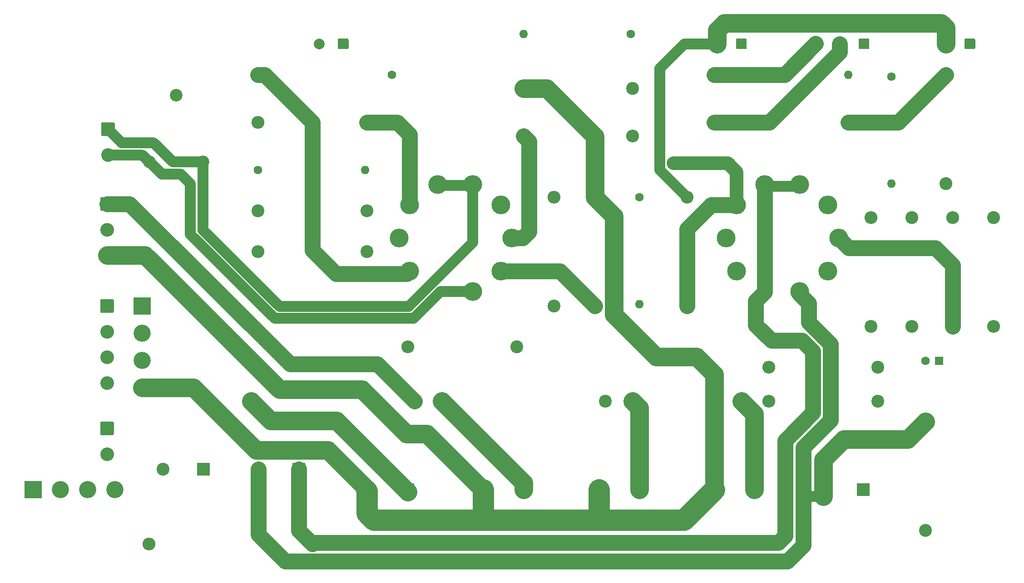
<source format=gbl>
G04 #@! TF.GenerationSoftware,KiCad,Pcbnew,5.1.10-88a1d61d58~90~ubuntu20.04.1*
G04 #@! TF.CreationDate,2021-08-18T14:00:20-04:00*
G04 #@! TF.ProjectId,single_ended_tube_amp,73696e67-6c65-45f6-956e-6465645f7475,0*
G04 #@! TF.SameCoordinates,Original*
G04 #@! TF.FileFunction,Copper,L2,Bot*
G04 #@! TF.FilePolarity,Positive*
%FSLAX46Y46*%
G04 Gerber Fmt 4.6, Leading zero omitted, Abs format (unit mm)*
G04 Created by KiCad (PCBNEW 5.1.10-88a1d61d58~90~ubuntu20.04.1) date 2021-08-18 14:00:20*
%MOMM*%
%LPD*%
G01*
G04 APERTURE LIST*
G04 #@! TA.AperFunction,ComponentPad*
%ADD10C,2.400000*%
G04 #@! TD*
G04 #@! TA.AperFunction,ComponentPad*
%ADD11R,2.400000X2.400000*%
G04 #@! TD*
G04 #@! TA.AperFunction,ComponentPad*
%ADD12O,2.400000X2.400000*%
G04 #@! TD*
G04 #@! TA.AperFunction,ComponentPad*
%ADD13C,2.550000*%
G04 #@! TD*
G04 #@! TA.AperFunction,ComponentPad*
%ADD14R,3.200000X3.200000*%
G04 #@! TD*
G04 #@! TA.AperFunction,ComponentPad*
%ADD15C,3.200000*%
G04 #@! TD*
G04 #@! TA.AperFunction,ComponentPad*
%ADD16C,2.000000*%
G04 #@! TD*
G04 #@! TA.AperFunction,ComponentPad*
%ADD17O,3.500000X3.500000*%
G04 #@! TD*
G04 #@! TA.AperFunction,ComponentPad*
%ADD18O,1.600000X1.600000*%
G04 #@! TD*
G04 #@! TA.AperFunction,ComponentPad*
%ADD19C,1.600000*%
G04 #@! TD*
G04 #@! TA.AperFunction,ComponentPad*
%ADD20C,2.340000*%
G04 #@! TD*
G04 #@! TA.AperFunction,ComponentPad*
%ADD21R,1.600000X1.600000*%
G04 #@! TD*
G04 #@! TA.AperFunction,Conductor*
%ADD22C,3.500000*%
G04 #@! TD*
G04 #@! TA.AperFunction,Conductor*
%ADD23C,2.000000*%
G04 #@! TD*
G04 #@! TA.AperFunction,Conductor*
%ADD24C,4.000000*%
G04 #@! TD*
G04 #@! TA.AperFunction,Conductor*
%ADD25C,3.000000*%
G04 #@! TD*
G04 #@! TA.AperFunction,Conductor*
%ADD26C,2.500000*%
G04 #@! TD*
G04 APERTURE END LIST*
D10*
X36950000Y-121920000D03*
D11*
X44450000Y-121920000D03*
D10*
X19170000Y-121920000D03*
D11*
X26670000Y-121920000D03*
D12*
X116840000Y-71120000D03*
D10*
X116840000Y-91440000D03*
D13*
X8720000Y-119100000D03*
G04 #@! TA.AperFunction,ComponentPad*
G36*
G01*
X7694999Y-113025000D02*
X9745001Y-113025000D01*
G75*
G02*
X9995000Y-113274999I0J-249999D01*
G01*
X9995000Y-115325001D01*
G75*
G02*
X9745001Y-115575000I-249999J0D01*
G01*
X7694999Y-115575000D01*
G75*
G02*
X7445000Y-115325001I0J249999D01*
G01*
X7445000Y-113274999D01*
G75*
G02*
X7694999Y-113025000I249999J0D01*
G01*
G37*
G04 #@! TD.AperFunction*
D14*
X15240000Y-91440000D03*
D15*
X15240000Y-96520000D03*
X15240000Y-101600000D03*
X15240000Y-106680000D03*
D10*
X142240000Y-125730000D03*
D11*
X149740000Y-125730000D03*
D10*
X121920000Y-125730000D03*
D11*
X129420000Y-125730000D03*
D10*
X100450000Y-125730000D03*
D11*
X107950000Y-125730000D03*
D10*
X78860000Y-125730000D03*
D11*
X86360000Y-125730000D03*
D10*
X57270000Y-125730000D03*
D11*
X64770000Y-125730000D03*
G04 #@! TA.AperFunction,ComponentPad*
G36*
G01*
X53760000Y-41730000D02*
X53760000Y-43230000D01*
G75*
G02*
X53510000Y-43480000I-250000J0D01*
G01*
X52010000Y-43480000D01*
G75*
G02*
X51760000Y-43230000I0J250000D01*
G01*
X51760000Y-41730000D01*
G75*
G02*
X52010000Y-41480000I250000J0D01*
G01*
X53510000Y-41480000D01*
G75*
G02*
X53760000Y-41730000I0J-250000D01*
G01*
G37*
G04 #@! TD.AperFunction*
D16*
X48260000Y-42480000D03*
G04 #@! TA.AperFunction,ComponentPad*
G36*
G01*
X128000000Y-41730000D02*
X128000000Y-43230000D01*
G75*
G02*
X127750000Y-43480000I-250000J0D01*
G01*
X126250000Y-43480000D01*
G75*
G02*
X126000000Y-43230000I0J250000D01*
G01*
X126000000Y-41730000D01*
G75*
G02*
X126250000Y-41480000I250000J0D01*
G01*
X127750000Y-41480000D01*
G75*
G02*
X128000000Y-41730000I0J-250000D01*
G01*
G37*
G04 #@! TD.AperFunction*
X122500000Y-42480000D03*
G04 #@! TA.AperFunction,ComponentPad*
G36*
G01*
X150860000Y-41730000D02*
X150860000Y-43230000D01*
G75*
G02*
X150610000Y-43480000I-250000J0D01*
G01*
X149110000Y-43480000D01*
G75*
G02*
X148860000Y-43230000I0J250000D01*
G01*
X148860000Y-41730000D01*
G75*
G02*
X149110000Y-41480000I250000J0D01*
G01*
X150610000Y-41480000D01*
G75*
G02*
X150860000Y-41730000I0J-250000D01*
G01*
G37*
G04 #@! TD.AperFunction*
X145360000Y-42480000D03*
X140860000Y-42480000D03*
G04 #@! TA.AperFunction,ComponentPad*
G36*
G01*
X170600000Y-41730000D02*
X170600000Y-43230000D01*
G75*
G02*
X170350000Y-43480000I-250000J0D01*
G01*
X168850000Y-43480000D01*
G75*
G02*
X168600000Y-43230000I0J250000D01*
G01*
X168600000Y-41730000D01*
G75*
G02*
X168850000Y-41480000I250000J0D01*
G01*
X170350000Y-41480000D01*
G75*
G02*
X170600000Y-41730000I0J-250000D01*
G01*
G37*
G04 #@! TD.AperFunction*
X165100000Y-42480000D03*
D14*
X-5080000Y-125730000D03*
D15*
X0Y-125730000D03*
X5080000Y-125730000D03*
X10160000Y-125730000D03*
D13*
X8890000Y-63220000D03*
G04 #@! TA.AperFunction,ComponentPad*
G36*
G01*
X7864999Y-57145000D02*
X9915001Y-57145000D01*
G75*
G02*
X10165000Y-57394999I0J-249999D01*
G01*
X10165000Y-59445001D01*
G75*
G02*
X9915001Y-59695000I-249999J0D01*
G01*
X7864999Y-59695000D01*
G75*
G02*
X7615000Y-59445001I0J249999D01*
G01*
X7615000Y-57394999D01*
G75*
G02*
X7864999Y-57145000I249999J0D01*
G01*
G37*
G04 #@! TD.AperFunction*
X8720000Y-105840000D03*
X8720000Y-101040000D03*
X8720000Y-96240000D03*
G04 #@! TA.AperFunction,ComponentPad*
G36*
G01*
X7694999Y-90165000D02*
X9745001Y-90165000D01*
G75*
G02*
X9995000Y-90414999I0J-249999D01*
G01*
X9995000Y-92465001D01*
G75*
G02*
X9745001Y-92715000I-249999J0D01*
G01*
X7694999Y-92715000D01*
G75*
G02*
X7445000Y-92465001I0J249999D01*
G01*
X7445000Y-90414999D01*
G75*
G02*
X7694999Y-90165000I249999J0D01*
G01*
G37*
G04 #@! TD.AperFunction*
X8720000Y-81990000D03*
X8720000Y-77190000D03*
G04 #@! TA.AperFunction,ComponentPad*
G36*
G01*
X7694999Y-71115000D02*
X9745001Y-71115000D01*
G75*
G02*
X9995000Y-71364999I0J-249999D01*
G01*
X9995000Y-73415001D01*
G75*
G02*
X9745001Y-73665000I-249999J0D01*
G01*
X7694999Y-73665000D01*
G75*
G02*
X7445000Y-73415001I0J249999D01*
G01*
X7445000Y-71364999D01*
G75*
G02*
X7694999Y-71115000I249999J0D01*
G01*
G37*
G04 #@! TD.AperFunction*
D17*
X126125322Y-84911745D03*
X124120000Y-78740000D03*
X126125322Y-72568255D03*
X131375322Y-68753907D03*
X137864678Y-68753907D03*
X143114678Y-72568255D03*
X145120000Y-78740000D03*
X143114678Y-84911745D03*
X137864678Y-88726093D03*
X65165322Y-84911745D03*
X63160000Y-78740000D03*
X65165322Y-72568255D03*
X70415322Y-68753907D03*
X76904678Y-68753907D03*
X82154678Y-72568255D03*
X84160000Y-78740000D03*
X82154678Y-84911745D03*
X76904678Y-88726093D03*
D18*
X56830000Y-66040000D03*
D19*
X36830000Y-66040000D03*
D12*
X16510000Y-135890000D03*
D10*
X46990000Y-135890000D03*
D20*
X26590000Y-64570000D03*
X21590000Y-52070000D03*
X16590000Y-64570000D03*
D12*
X161290000Y-113030000D03*
D10*
X161290000Y-133350000D03*
D12*
X132080000Y-109220000D03*
D10*
X152400000Y-109220000D03*
D12*
X106680000Y-109220000D03*
D10*
X127000000Y-109220000D03*
D12*
X71120000Y-109220000D03*
D10*
X101600000Y-109220000D03*
D12*
X35560000Y-109220000D03*
D10*
X66040000Y-109220000D03*
D12*
X64770000Y-99060000D03*
D10*
X85090000Y-99060000D03*
D12*
X36830000Y-57150000D03*
D10*
X57150000Y-57150000D03*
D12*
X36830000Y-81280000D03*
D10*
X57150000Y-81280000D03*
D12*
X57150000Y-73660000D03*
D10*
X36830000Y-73660000D03*
D12*
X92075000Y-71120000D03*
D10*
X92075000Y-91440000D03*
D12*
X99695000Y-71120000D03*
D10*
X99695000Y-91440000D03*
D12*
X106680000Y-59690000D03*
D10*
X86360000Y-59690000D03*
D12*
X86360000Y-50800000D03*
D10*
X106680000Y-50800000D03*
D12*
X132080000Y-102870000D03*
D10*
X152400000Y-102870000D03*
D12*
X165100000Y-48260000D03*
D10*
X165100000Y-68580000D03*
D12*
X151130000Y-74930000D03*
D10*
X151130000Y-95250000D03*
D12*
X158750000Y-95250000D03*
D10*
X158750000Y-74930000D03*
D12*
X166370000Y-74930000D03*
D10*
X166370000Y-95250000D03*
D12*
X173990000Y-95250000D03*
D10*
X173990000Y-74930000D03*
D18*
X36830000Y-48260000D03*
D19*
X61830000Y-48260000D03*
D18*
X86360000Y-40640000D03*
D19*
X106360000Y-40640000D03*
D18*
X107950000Y-91120000D03*
D19*
X107950000Y-71120000D03*
X111800000Y-64770000D03*
D21*
X114300000Y-64770000D03*
D18*
X146920000Y-48260000D03*
D19*
X121920000Y-48260000D03*
D18*
X146920000Y-57150000D03*
D19*
X121920000Y-57150000D03*
D18*
X154940000Y-68580000D03*
D19*
X154940000Y-48580000D03*
X161330000Y-101727000D03*
D21*
X163830000Y-101727000D03*
D22*
X86360000Y-50800000D02*
X90678000Y-50800000D01*
X99695000Y-59817000D02*
X99695000Y-71120000D01*
X90678000Y-50800000D02*
X99695000Y-59817000D01*
D23*
X111800000Y-64770000D02*
X111800000Y-47077000D01*
X116397000Y-42480000D02*
X122500000Y-42480000D01*
X111800000Y-47077000D02*
X116397000Y-42480000D01*
D22*
X165100000Y-39497000D02*
X165100000Y-42480000D01*
X164211000Y-38608000D02*
X165100000Y-39497000D01*
X123825000Y-38608000D02*
X164211000Y-38608000D01*
X122500000Y-39933000D02*
X123825000Y-38608000D01*
X122500000Y-42480000D02*
X122500000Y-39933000D01*
D23*
X111800000Y-66080000D02*
X116840000Y-71120000D01*
X111800000Y-64770000D02*
X111800000Y-66080000D01*
D22*
X24828500Y-106680000D02*
X15240000Y-106680000D01*
X36512500Y-118364000D02*
X24828500Y-106680000D01*
X49911000Y-118364000D02*
X36512500Y-118364000D01*
X57270000Y-125723000D02*
X49911000Y-118364000D01*
X103251000Y-74676000D02*
X99695000Y-71120000D01*
X103251000Y-93091000D02*
X103251000Y-74676000D01*
X111125000Y-100965000D02*
X103251000Y-93091000D01*
X118618000Y-100965000D02*
X111125000Y-100965000D01*
X121920000Y-104267000D02*
X118618000Y-100965000D01*
X121920000Y-125730000D02*
X121920000Y-104267000D01*
D24*
X57150000Y-125956554D02*
X57096723Y-125903277D01*
X57150000Y-130175000D02*
X57150000Y-125956554D01*
X58420000Y-131445000D02*
X57150000Y-130175000D01*
X60873858Y-131445000D02*
X58420000Y-131445000D01*
X60916929Y-131401929D02*
X60873858Y-131445000D01*
X78860000Y-130295000D02*
X79966929Y-131401929D01*
X78860000Y-125730000D02*
X78860000Y-130295000D01*
X79966929Y-131401929D02*
X60916929Y-131401929D01*
X100450000Y-130690000D02*
X99738071Y-131401929D01*
X100450000Y-125730000D02*
X100450000Y-130690000D01*
X99738071Y-131401929D02*
X79966929Y-131401929D01*
D22*
X56261000Y-107061000D02*
X40894000Y-107061000D01*
X64516000Y-115316000D02*
X56261000Y-107061000D01*
X15823000Y-81990000D02*
X8720000Y-81990000D01*
X68326000Y-115316000D02*
X64516000Y-115316000D01*
X78740000Y-125730000D02*
X68326000Y-115316000D01*
X40894000Y-107061000D02*
X15823000Y-81990000D01*
X78860000Y-125730000D02*
X78740000Y-125730000D01*
D24*
X121920000Y-125730000D02*
X116248071Y-131401929D01*
X116248071Y-131401929D02*
X99738071Y-131401929D01*
D25*
X36950000Y-121920000D02*
X36950000Y-134105000D01*
X137864678Y-89223678D02*
X137864678Y-88726093D01*
X36950000Y-134105000D02*
X41935009Y-139090009D01*
X41935009Y-139090009D02*
X135610991Y-139090009D01*
X139573000Y-90932000D02*
X137864678Y-89223678D01*
X135610991Y-139090009D02*
X138557000Y-136144000D01*
X138557000Y-136144000D02*
X138557000Y-127508000D01*
X138557000Y-127508000D02*
X138557000Y-117856000D01*
X138557000Y-117856000D02*
X143637000Y-112776000D01*
X143637000Y-112776000D02*
X143637000Y-98552000D01*
X143637000Y-98552000D02*
X139573000Y-94488000D01*
X139573000Y-94488000D02*
X139573000Y-90932000D01*
D23*
X142240000Y-127000000D02*
X139065000Y-127000000D01*
X139065000Y-127000000D02*
X138557000Y-127508000D01*
D22*
X142240000Y-127000000D02*
X142240000Y-120142000D01*
X146050000Y-116332000D02*
X157988000Y-116332000D01*
X142240000Y-120142000D02*
X146050000Y-116332000D01*
X157988000Y-116332000D02*
X161290000Y-113030000D01*
D25*
X156210000Y-57150000D02*
X146920000Y-57150000D01*
X165100000Y-48260000D02*
X156210000Y-57150000D01*
X132207000Y-57150000D02*
X145360000Y-43997000D01*
X145360000Y-43997000D02*
X145360000Y-42480000D01*
X121920000Y-57150000D02*
X132207000Y-57150000D01*
X135054504Y-48260000D02*
X140847252Y-42467252D01*
X121920000Y-48260000D02*
X135054504Y-48260000D01*
D26*
X126125322Y-72568255D02*
X126125322Y-66435322D01*
X124460000Y-64770000D02*
X114300000Y-64770000D01*
X126125322Y-66435322D02*
X124460000Y-64770000D01*
D25*
X126125322Y-72568255D02*
X121360745Y-72568255D01*
X116840000Y-77089000D02*
X116840000Y-91440000D01*
X121360745Y-72568255D02*
X116840000Y-77089000D01*
X64597066Y-85480001D02*
X65165322Y-84911745D01*
X46990000Y-81026000D02*
X51444001Y-85480001D01*
X46990000Y-57150000D02*
X46990000Y-81026000D01*
X51444001Y-85480001D02*
X64597066Y-85480001D01*
X38100000Y-48260000D02*
X46990000Y-57150000D01*
X36830000Y-48260000D02*
X38100000Y-48260000D01*
D22*
X39243000Y-112903000D02*
X35560000Y-109220000D01*
X51521080Y-112903000D02*
X39243000Y-112903000D01*
X64770000Y-126151920D02*
X51521080Y-112903000D01*
X107950000Y-110490000D02*
X106680000Y-109220000D01*
X107950000Y-125730000D02*
X107950000Y-110490000D01*
D25*
X66040000Y-109220000D02*
X59130989Y-102310989D01*
X12940528Y-72390000D02*
X8720000Y-72390000D01*
X42861517Y-102310989D02*
X12940528Y-72390000D01*
X59130989Y-102310989D02*
X42861517Y-102310989D01*
D22*
X86360000Y-124460000D02*
X71120000Y-109220000D01*
X86360000Y-125730000D02*
X86360000Y-124460000D01*
D25*
X147025000Y-80645000D02*
X145120000Y-78740000D01*
X163195000Y-80645000D02*
X147025000Y-80645000D01*
X166370000Y-83820000D02*
X163195000Y-80645000D01*
X166370000Y-95250000D02*
X166370000Y-83820000D01*
X86233000Y-78740000D02*
X84160000Y-78740000D01*
X87376000Y-60706000D02*
X87376000Y-77597000D01*
X87376000Y-77597000D02*
X86233000Y-78740000D01*
X86360000Y-59690000D02*
X87376000Y-60706000D01*
X93166745Y-84911745D02*
X99695000Y-91440000D01*
X82154678Y-84911745D02*
X93166745Y-84911745D01*
D22*
X129420000Y-111640000D02*
X127000000Y-109220000D01*
X129420000Y-125730000D02*
X129420000Y-111640000D01*
D25*
X62865000Y-57150000D02*
X57150000Y-57150000D01*
X65165322Y-59450322D02*
X62865000Y-57150000D01*
X65165322Y-72568255D02*
X65165322Y-59450322D01*
D23*
X137530585Y-69088000D02*
X131709415Y-69088000D01*
X131709415Y-69088000D02*
X131375322Y-68753907D01*
X137864678Y-68753907D02*
X137530585Y-69088000D01*
D25*
X44450000Y-133350000D02*
X44450000Y-121920000D01*
X46990000Y-135890000D02*
X44450000Y-133350000D01*
X138303000Y-97917000D02*
X132588000Y-97917000D01*
X132588000Y-97917000D02*
X129667000Y-94996000D01*
X140335000Y-99949000D02*
X138303000Y-97917000D01*
X129667000Y-90551000D02*
X131369999Y-88848001D01*
X129667000Y-94996000D02*
X129667000Y-90551000D01*
X131369999Y-88848001D02*
X131369999Y-68759230D01*
X131369999Y-68759230D02*
X131375322Y-68753907D01*
X140335000Y-111379000D02*
X140335000Y-99949000D01*
X46990000Y-135890000D02*
X47244000Y-135636000D01*
X47244000Y-135636000D02*
X133858000Y-135636000D01*
X133858000Y-135636000D02*
X135128000Y-134366000D01*
X135128000Y-116586000D02*
X140335000Y-111379000D01*
X135128000Y-134366000D02*
X135128000Y-116586000D01*
D23*
X15240000Y-63220000D02*
X16590000Y-64570000D01*
X8890000Y-63220000D02*
X15240000Y-63220000D01*
X18923000Y-66802000D02*
X16691000Y-64570000D01*
X22479000Y-66802000D02*
X18923000Y-66802000D01*
X24257000Y-68580000D02*
X22479000Y-66802000D01*
X16691000Y-64570000D02*
X16590000Y-64570000D01*
X24257000Y-78049604D02*
X24257000Y-68580000D01*
X39974407Y-93767011D02*
X24257000Y-78049604D01*
X65871989Y-93767011D02*
X39974407Y-93767011D01*
X70912907Y-88726093D02*
X65871989Y-93767011D01*
X76904678Y-88726093D02*
X70912907Y-88726093D01*
X11430000Y-60960000D02*
X8890000Y-58420000D01*
X21009000Y-64570000D02*
X17399000Y-60960000D01*
X17399000Y-60960000D02*
X11430000Y-60960000D01*
X26590000Y-64570000D02*
X21009000Y-64570000D01*
X70622415Y-68961000D02*
X70415322Y-68753907D01*
X76697585Y-68961000D02*
X70622415Y-68961000D01*
X76904678Y-68753907D02*
X76697585Y-68961000D01*
X40885679Y-91567000D02*
X26590000Y-77271318D01*
X64960716Y-91567000D02*
X40885679Y-91567000D01*
X76904678Y-79623038D02*
X64960716Y-91567000D01*
X76904678Y-68753907D02*
X76904678Y-79623038D01*
X26590000Y-77271318D02*
X26590000Y-64570000D01*
M02*

</source>
